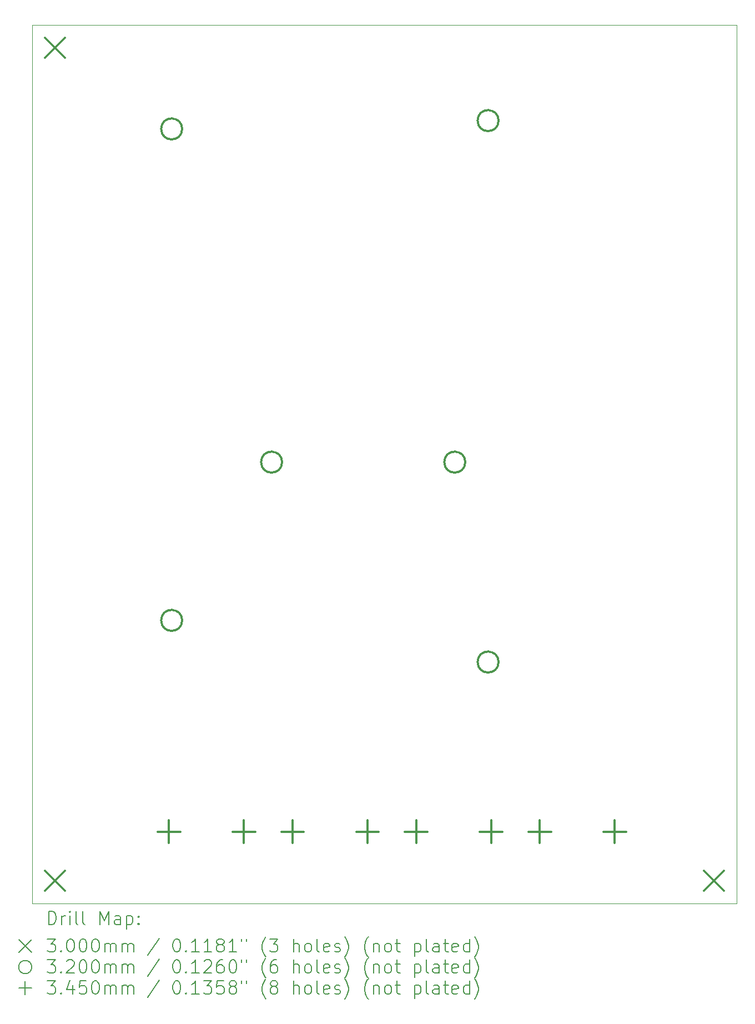
<source format=gbr>
%TF.GenerationSoftware,KiCad,Pcbnew,(6.0.7)*%
%TF.CreationDate,2022-10-05T08:11:49-05:00*%
%TF.ProjectId,FinaleBanger,46696e61-6c65-4426-916e-6765722e6b69,rev?*%
%TF.SameCoordinates,Original*%
%TF.FileFunction,Drillmap*%
%TF.FilePolarity,Positive*%
%FSLAX45Y45*%
G04 Gerber Fmt 4.5, Leading zero omitted, Abs format (unit mm)*
G04 Created by KiCad (PCBNEW (6.0.7)) date 2022-10-05 08:11:49*
%MOMM*%
%LPD*%
G01*
G04 APERTURE LIST*
%ADD10C,0.100000*%
%ADD11C,0.200000*%
%ADD12C,0.300000*%
%ADD13C,0.320000*%
%ADD14C,0.345000*%
G04 APERTURE END LIST*
D10*
X20650000Y-2200000D02*
X9900000Y-2200000D01*
X9900000Y-2200000D02*
X9900000Y-15600000D01*
X9900000Y-15600000D02*
X20650000Y-15600000D01*
X20650000Y-15600000D02*
X20650000Y-2200000D01*
D11*
D12*
X10100000Y-2400000D02*
X10400000Y-2700000D01*
X10400000Y-2400000D02*
X10100000Y-2700000D01*
X10100000Y-15100000D02*
X10400000Y-15400000D01*
X10400000Y-15100000D02*
X10100000Y-15400000D01*
X20150000Y-15100000D02*
X20450000Y-15400000D01*
X20450000Y-15100000D02*
X20150000Y-15400000D01*
D13*
X12188250Y-3786500D02*
G75*
G03*
X12188250Y-3786500I-160000J0D01*
G01*
X12188250Y-11279500D02*
G75*
G03*
X12188250Y-11279500I-160000J0D01*
G01*
X13712250Y-8866500D02*
G75*
G03*
X13712250Y-8866500I-160000J0D01*
G01*
X16506250Y-8866500D02*
G75*
G03*
X16506250Y-8866500I-160000J0D01*
G01*
X17014250Y-3659500D02*
G75*
G03*
X17014250Y-3659500I-160000J0D01*
G01*
X17014250Y-11914500D02*
G75*
G03*
X17014250Y-11914500I-160000J0D01*
G01*
D14*
X11986111Y-14327500D02*
X11986111Y-14672500D01*
X11813611Y-14500000D02*
X12158611Y-14500000D01*
X13129111Y-14327500D02*
X13129111Y-14672500D01*
X12956611Y-14500000D02*
X13301611Y-14500000D01*
X13871556Y-14327500D02*
X13871556Y-14672500D01*
X13699056Y-14500000D02*
X14044056Y-14500000D01*
X15014556Y-14327500D02*
X15014556Y-14672500D01*
X14842056Y-14500000D02*
X15187056Y-14500000D01*
X15757000Y-14327500D02*
X15757000Y-14672500D01*
X15584500Y-14500000D02*
X15929500Y-14500000D01*
X16900000Y-14327500D02*
X16900000Y-14672500D01*
X16727500Y-14500000D02*
X17072500Y-14500000D01*
X17642445Y-14327500D02*
X17642445Y-14672500D01*
X17469945Y-14500000D02*
X17814945Y-14500000D01*
X18785445Y-14327500D02*
X18785445Y-14672500D01*
X18612945Y-14500000D02*
X18957945Y-14500000D01*
D11*
X10152619Y-15915476D02*
X10152619Y-15715476D01*
X10200238Y-15715476D01*
X10228810Y-15725000D01*
X10247857Y-15744048D01*
X10257381Y-15763095D01*
X10266905Y-15801190D01*
X10266905Y-15829762D01*
X10257381Y-15867857D01*
X10247857Y-15886905D01*
X10228810Y-15905952D01*
X10200238Y-15915476D01*
X10152619Y-15915476D01*
X10352619Y-15915476D02*
X10352619Y-15782143D01*
X10352619Y-15820238D02*
X10362143Y-15801190D01*
X10371667Y-15791667D01*
X10390714Y-15782143D01*
X10409762Y-15782143D01*
X10476429Y-15915476D02*
X10476429Y-15782143D01*
X10476429Y-15715476D02*
X10466905Y-15725000D01*
X10476429Y-15734524D01*
X10485952Y-15725000D01*
X10476429Y-15715476D01*
X10476429Y-15734524D01*
X10600238Y-15915476D02*
X10581190Y-15905952D01*
X10571667Y-15886905D01*
X10571667Y-15715476D01*
X10705000Y-15915476D02*
X10685952Y-15905952D01*
X10676429Y-15886905D01*
X10676429Y-15715476D01*
X10933571Y-15915476D02*
X10933571Y-15715476D01*
X11000238Y-15858333D01*
X11066905Y-15715476D01*
X11066905Y-15915476D01*
X11247857Y-15915476D02*
X11247857Y-15810714D01*
X11238333Y-15791667D01*
X11219286Y-15782143D01*
X11181190Y-15782143D01*
X11162143Y-15791667D01*
X11247857Y-15905952D02*
X11228809Y-15915476D01*
X11181190Y-15915476D01*
X11162143Y-15905952D01*
X11152619Y-15886905D01*
X11152619Y-15867857D01*
X11162143Y-15848809D01*
X11181190Y-15839286D01*
X11228809Y-15839286D01*
X11247857Y-15829762D01*
X11343095Y-15782143D02*
X11343095Y-15982143D01*
X11343095Y-15791667D02*
X11362143Y-15782143D01*
X11400238Y-15782143D01*
X11419286Y-15791667D01*
X11428809Y-15801190D01*
X11438333Y-15820238D01*
X11438333Y-15877381D01*
X11428809Y-15896428D01*
X11419286Y-15905952D01*
X11400238Y-15915476D01*
X11362143Y-15915476D01*
X11343095Y-15905952D01*
X11524048Y-15896428D02*
X11533571Y-15905952D01*
X11524048Y-15915476D01*
X11514524Y-15905952D01*
X11524048Y-15896428D01*
X11524048Y-15915476D01*
X11524048Y-15791667D02*
X11533571Y-15801190D01*
X11524048Y-15810714D01*
X11514524Y-15801190D01*
X11524048Y-15791667D01*
X11524048Y-15810714D01*
X9695000Y-16145000D02*
X9895000Y-16345000D01*
X9895000Y-16145000D02*
X9695000Y-16345000D01*
X10133571Y-16135476D02*
X10257381Y-16135476D01*
X10190714Y-16211667D01*
X10219286Y-16211667D01*
X10238333Y-16221190D01*
X10247857Y-16230714D01*
X10257381Y-16249762D01*
X10257381Y-16297381D01*
X10247857Y-16316428D01*
X10238333Y-16325952D01*
X10219286Y-16335476D01*
X10162143Y-16335476D01*
X10143095Y-16325952D01*
X10133571Y-16316428D01*
X10343095Y-16316428D02*
X10352619Y-16325952D01*
X10343095Y-16335476D01*
X10333571Y-16325952D01*
X10343095Y-16316428D01*
X10343095Y-16335476D01*
X10476429Y-16135476D02*
X10495476Y-16135476D01*
X10514524Y-16145000D01*
X10524048Y-16154524D01*
X10533571Y-16173571D01*
X10543095Y-16211667D01*
X10543095Y-16259286D01*
X10533571Y-16297381D01*
X10524048Y-16316428D01*
X10514524Y-16325952D01*
X10495476Y-16335476D01*
X10476429Y-16335476D01*
X10457381Y-16325952D01*
X10447857Y-16316428D01*
X10438333Y-16297381D01*
X10428810Y-16259286D01*
X10428810Y-16211667D01*
X10438333Y-16173571D01*
X10447857Y-16154524D01*
X10457381Y-16145000D01*
X10476429Y-16135476D01*
X10666905Y-16135476D02*
X10685952Y-16135476D01*
X10705000Y-16145000D01*
X10714524Y-16154524D01*
X10724048Y-16173571D01*
X10733571Y-16211667D01*
X10733571Y-16259286D01*
X10724048Y-16297381D01*
X10714524Y-16316428D01*
X10705000Y-16325952D01*
X10685952Y-16335476D01*
X10666905Y-16335476D01*
X10647857Y-16325952D01*
X10638333Y-16316428D01*
X10628810Y-16297381D01*
X10619286Y-16259286D01*
X10619286Y-16211667D01*
X10628810Y-16173571D01*
X10638333Y-16154524D01*
X10647857Y-16145000D01*
X10666905Y-16135476D01*
X10857381Y-16135476D02*
X10876429Y-16135476D01*
X10895476Y-16145000D01*
X10905000Y-16154524D01*
X10914524Y-16173571D01*
X10924048Y-16211667D01*
X10924048Y-16259286D01*
X10914524Y-16297381D01*
X10905000Y-16316428D01*
X10895476Y-16325952D01*
X10876429Y-16335476D01*
X10857381Y-16335476D01*
X10838333Y-16325952D01*
X10828810Y-16316428D01*
X10819286Y-16297381D01*
X10809762Y-16259286D01*
X10809762Y-16211667D01*
X10819286Y-16173571D01*
X10828810Y-16154524D01*
X10838333Y-16145000D01*
X10857381Y-16135476D01*
X11009762Y-16335476D02*
X11009762Y-16202143D01*
X11009762Y-16221190D02*
X11019286Y-16211667D01*
X11038333Y-16202143D01*
X11066905Y-16202143D01*
X11085952Y-16211667D01*
X11095476Y-16230714D01*
X11095476Y-16335476D01*
X11095476Y-16230714D02*
X11105000Y-16211667D01*
X11124048Y-16202143D01*
X11152619Y-16202143D01*
X11171667Y-16211667D01*
X11181190Y-16230714D01*
X11181190Y-16335476D01*
X11276428Y-16335476D02*
X11276428Y-16202143D01*
X11276428Y-16221190D02*
X11285952Y-16211667D01*
X11305000Y-16202143D01*
X11333571Y-16202143D01*
X11352619Y-16211667D01*
X11362143Y-16230714D01*
X11362143Y-16335476D01*
X11362143Y-16230714D02*
X11371667Y-16211667D01*
X11390714Y-16202143D01*
X11419286Y-16202143D01*
X11438333Y-16211667D01*
X11447857Y-16230714D01*
X11447857Y-16335476D01*
X11838333Y-16125952D02*
X11666905Y-16383095D01*
X12095476Y-16135476D02*
X12114524Y-16135476D01*
X12133571Y-16145000D01*
X12143095Y-16154524D01*
X12152619Y-16173571D01*
X12162143Y-16211667D01*
X12162143Y-16259286D01*
X12152619Y-16297381D01*
X12143095Y-16316428D01*
X12133571Y-16325952D01*
X12114524Y-16335476D01*
X12095476Y-16335476D01*
X12076428Y-16325952D01*
X12066905Y-16316428D01*
X12057381Y-16297381D01*
X12047857Y-16259286D01*
X12047857Y-16211667D01*
X12057381Y-16173571D01*
X12066905Y-16154524D01*
X12076428Y-16145000D01*
X12095476Y-16135476D01*
X12247857Y-16316428D02*
X12257381Y-16325952D01*
X12247857Y-16335476D01*
X12238333Y-16325952D01*
X12247857Y-16316428D01*
X12247857Y-16335476D01*
X12447857Y-16335476D02*
X12333571Y-16335476D01*
X12390714Y-16335476D02*
X12390714Y-16135476D01*
X12371667Y-16164048D01*
X12352619Y-16183095D01*
X12333571Y-16192619D01*
X12638333Y-16335476D02*
X12524048Y-16335476D01*
X12581190Y-16335476D02*
X12581190Y-16135476D01*
X12562143Y-16164048D01*
X12543095Y-16183095D01*
X12524048Y-16192619D01*
X12752619Y-16221190D02*
X12733571Y-16211667D01*
X12724048Y-16202143D01*
X12714524Y-16183095D01*
X12714524Y-16173571D01*
X12724048Y-16154524D01*
X12733571Y-16145000D01*
X12752619Y-16135476D01*
X12790714Y-16135476D01*
X12809762Y-16145000D01*
X12819286Y-16154524D01*
X12828809Y-16173571D01*
X12828809Y-16183095D01*
X12819286Y-16202143D01*
X12809762Y-16211667D01*
X12790714Y-16221190D01*
X12752619Y-16221190D01*
X12733571Y-16230714D01*
X12724048Y-16240238D01*
X12714524Y-16259286D01*
X12714524Y-16297381D01*
X12724048Y-16316428D01*
X12733571Y-16325952D01*
X12752619Y-16335476D01*
X12790714Y-16335476D01*
X12809762Y-16325952D01*
X12819286Y-16316428D01*
X12828809Y-16297381D01*
X12828809Y-16259286D01*
X12819286Y-16240238D01*
X12809762Y-16230714D01*
X12790714Y-16221190D01*
X13019286Y-16335476D02*
X12905000Y-16335476D01*
X12962143Y-16335476D02*
X12962143Y-16135476D01*
X12943095Y-16164048D01*
X12924048Y-16183095D01*
X12905000Y-16192619D01*
X13095476Y-16135476D02*
X13095476Y-16173571D01*
X13171667Y-16135476D02*
X13171667Y-16173571D01*
X13466905Y-16411667D02*
X13457381Y-16402143D01*
X13438333Y-16373571D01*
X13428809Y-16354524D01*
X13419286Y-16325952D01*
X13409762Y-16278333D01*
X13409762Y-16240238D01*
X13419286Y-16192619D01*
X13428809Y-16164048D01*
X13438333Y-16145000D01*
X13457381Y-16116428D01*
X13466905Y-16106905D01*
X13524048Y-16135476D02*
X13647857Y-16135476D01*
X13581190Y-16211667D01*
X13609762Y-16211667D01*
X13628809Y-16221190D01*
X13638333Y-16230714D01*
X13647857Y-16249762D01*
X13647857Y-16297381D01*
X13638333Y-16316428D01*
X13628809Y-16325952D01*
X13609762Y-16335476D01*
X13552619Y-16335476D01*
X13533571Y-16325952D01*
X13524048Y-16316428D01*
X13885952Y-16335476D02*
X13885952Y-16135476D01*
X13971667Y-16335476D02*
X13971667Y-16230714D01*
X13962143Y-16211667D01*
X13943095Y-16202143D01*
X13914524Y-16202143D01*
X13895476Y-16211667D01*
X13885952Y-16221190D01*
X14095476Y-16335476D02*
X14076428Y-16325952D01*
X14066905Y-16316428D01*
X14057381Y-16297381D01*
X14057381Y-16240238D01*
X14066905Y-16221190D01*
X14076428Y-16211667D01*
X14095476Y-16202143D01*
X14124048Y-16202143D01*
X14143095Y-16211667D01*
X14152619Y-16221190D01*
X14162143Y-16240238D01*
X14162143Y-16297381D01*
X14152619Y-16316428D01*
X14143095Y-16325952D01*
X14124048Y-16335476D01*
X14095476Y-16335476D01*
X14276428Y-16335476D02*
X14257381Y-16325952D01*
X14247857Y-16306905D01*
X14247857Y-16135476D01*
X14428809Y-16325952D02*
X14409762Y-16335476D01*
X14371667Y-16335476D01*
X14352619Y-16325952D01*
X14343095Y-16306905D01*
X14343095Y-16230714D01*
X14352619Y-16211667D01*
X14371667Y-16202143D01*
X14409762Y-16202143D01*
X14428809Y-16211667D01*
X14438333Y-16230714D01*
X14438333Y-16249762D01*
X14343095Y-16268809D01*
X14514524Y-16325952D02*
X14533571Y-16335476D01*
X14571667Y-16335476D01*
X14590714Y-16325952D01*
X14600238Y-16306905D01*
X14600238Y-16297381D01*
X14590714Y-16278333D01*
X14571667Y-16268809D01*
X14543095Y-16268809D01*
X14524048Y-16259286D01*
X14514524Y-16240238D01*
X14514524Y-16230714D01*
X14524048Y-16211667D01*
X14543095Y-16202143D01*
X14571667Y-16202143D01*
X14590714Y-16211667D01*
X14666905Y-16411667D02*
X14676428Y-16402143D01*
X14695476Y-16373571D01*
X14705000Y-16354524D01*
X14714524Y-16325952D01*
X14724048Y-16278333D01*
X14724048Y-16240238D01*
X14714524Y-16192619D01*
X14705000Y-16164048D01*
X14695476Y-16145000D01*
X14676428Y-16116428D01*
X14666905Y-16106905D01*
X15028809Y-16411667D02*
X15019286Y-16402143D01*
X15000238Y-16373571D01*
X14990714Y-16354524D01*
X14981190Y-16325952D01*
X14971667Y-16278333D01*
X14971667Y-16240238D01*
X14981190Y-16192619D01*
X14990714Y-16164048D01*
X15000238Y-16145000D01*
X15019286Y-16116428D01*
X15028809Y-16106905D01*
X15105000Y-16202143D02*
X15105000Y-16335476D01*
X15105000Y-16221190D02*
X15114524Y-16211667D01*
X15133571Y-16202143D01*
X15162143Y-16202143D01*
X15181190Y-16211667D01*
X15190714Y-16230714D01*
X15190714Y-16335476D01*
X15314524Y-16335476D02*
X15295476Y-16325952D01*
X15285952Y-16316428D01*
X15276428Y-16297381D01*
X15276428Y-16240238D01*
X15285952Y-16221190D01*
X15295476Y-16211667D01*
X15314524Y-16202143D01*
X15343095Y-16202143D01*
X15362143Y-16211667D01*
X15371667Y-16221190D01*
X15381190Y-16240238D01*
X15381190Y-16297381D01*
X15371667Y-16316428D01*
X15362143Y-16325952D01*
X15343095Y-16335476D01*
X15314524Y-16335476D01*
X15438333Y-16202143D02*
X15514524Y-16202143D01*
X15466905Y-16135476D02*
X15466905Y-16306905D01*
X15476428Y-16325952D01*
X15495476Y-16335476D01*
X15514524Y-16335476D01*
X15733571Y-16202143D02*
X15733571Y-16402143D01*
X15733571Y-16211667D02*
X15752619Y-16202143D01*
X15790714Y-16202143D01*
X15809762Y-16211667D01*
X15819286Y-16221190D01*
X15828809Y-16240238D01*
X15828809Y-16297381D01*
X15819286Y-16316428D01*
X15809762Y-16325952D01*
X15790714Y-16335476D01*
X15752619Y-16335476D01*
X15733571Y-16325952D01*
X15943095Y-16335476D02*
X15924048Y-16325952D01*
X15914524Y-16306905D01*
X15914524Y-16135476D01*
X16105000Y-16335476D02*
X16105000Y-16230714D01*
X16095476Y-16211667D01*
X16076428Y-16202143D01*
X16038333Y-16202143D01*
X16019286Y-16211667D01*
X16105000Y-16325952D02*
X16085952Y-16335476D01*
X16038333Y-16335476D01*
X16019286Y-16325952D01*
X16009762Y-16306905D01*
X16009762Y-16287857D01*
X16019286Y-16268809D01*
X16038333Y-16259286D01*
X16085952Y-16259286D01*
X16105000Y-16249762D01*
X16171667Y-16202143D02*
X16247857Y-16202143D01*
X16200238Y-16135476D02*
X16200238Y-16306905D01*
X16209762Y-16325952D01*
X16228809Y-16335476D01*
X16247857Y-16335476D01*
X16390714Y-16325952D02*
X16371667Y-16335476D01*
X16333571Y-16335476D01*
X16314524Y-16325952D01*
X16305000Y-16306905D01*
X16305000Y-16230714D01*
X16314524Y-16211667D01*
X16333571Y-16202143D01*
X16371667Y-16202143D01*
X16390714Y-16211667D01*
X16400238Y-16230714D01*
X16400238Y-16249762D01*
X16305000Y-16268809D01*
X16571667Y-16335476D02*
X16571667Y-16135476D01*
X16571667Y-16325952D02*
X16552619Y-16335476D01*
X16514524Y-16335476D01*
X16495476Y-16325952D01*
X16485952Y-16316428D01*
X16476428Y-16297381D01*
X16476428Y-16240238D01*
X16485952Y-16221190D01*
X16495476Y-16211667D01*
X16514524Y-16202143D01*
X16552619Y-16202143D01*
X16571667Y-16211667D01*
X16647857Y-16411667D02*
X16657381Y-16402143D01*
X16676428Y-16373571D01*
X16685952Y-16354524D01*
X16695476Y-16325952D01*
X16705000Y-16278333D01*
X16705000Y-16240238D01*
X16695476Y-16192619D01*
X16685952Y-16164048D01*
X16676428Y-16145000D01*
X16657381Y-16116428D01*
X16647857Y-16106905D01*
X9895000Y-16565000D02*
G75*
G03*
X9895000Y-16565000I-100000J0D01*
G01*
X10133571Y-16455476D02*
X10257381Y-16455476D01*
X10190714Y-16531667D01*
X10219286Y-16531667D01*
X10238333Y-16541190D01*
X10247857Y-16550714D01*
X10257381Y-16569762D01*
X10257381Y-16617381D01*
X10247857Y-16636428D01*
X10238333Y-16645952D01*
X10219286Y-16655476D01*
X10162143Y-16655476D01*
X10143095Y-16645952D01*
X10133571Y-16636428D01*
X10343095Y-16636428D02*
X10352619Y-16645952D01*
X10343095Y-16655476D01*
X10333571Y-16645952D01*
X10343095Y-16636428D01*
X10343095Y-16655476D01*
X10428810Y-16474524D02*
X10438333Y-16465000D01*
X10457381Y-16455476D01*
X10505000Y-16455476D01*
X10524048Y-16465000D01*
X10533571Y-16474524D01*
X10543095Y-16493571D01*
X10543095Y-16512619D01*
X10533571Y-16541190D01*
X10419286Y-16655476D01*
X10543095Y-16655476D01*
X10666905Y-16455476D02*
X10685952Y-16455476D01*
X10705000Y-16465000D01*
X10714524Y-16474524D01*
X10724048Y-16493571D01*
X10733571Y-16531667D01*
X10733571Y-16579286D01*
X10724048Y-16617381D01*
X10714524Y-16636428D01*
X10705000Y-16645952D01*
X10685952Y-16655476D01*
X10666905Y-16655476D01*
X10647857Y-16645952D01*
X10638333Y-16636428D01*
X10628810Y-16617381D01*
X10619286Y-16579286D01*
X10619286Y-16531667D01*
X10628810Y-16493571D01*
X10638333Y-16474524D01*
X10647857Y-16465000D01*
X10666905Y-16455476D01*
X10857381Y-16455476D02*
X10876429Y-16455476D01*
X10895476Y-16465000D01*
X10905000Y-16474524D01*
X10914524Y-16493571D01*
X10924048Y-16531667D01*
X10924048Y-16579286D01*
X10914524Y-16617381D01*
X10905000Y-16636428D01*
X10895476Y-16645952D01*
X10876429Y-16655476D01*
X10857381Y-16655476D01*
X10838333Y-16645952D01*
X10828810Y-16636428D01*
X10819286Y-16617381D01*
X10809762Y-16579286D01*
X10809762Y-16531667D01*
X10819286Y-16493571D01*
X10828810Y-16474524D01*
X10838333Y-16465000D01*
X10857381Y-16455476D01*
X11009762Y-16655476D02*
X11009762Y-16522143D01*
X11009762Y-16541190D02*
X11019286Y-16531667D01*
X11038333Y-16522143D01*
X11066905Y-16522143D01*
X11085952Y-16531667D01*
X11095476Y-16550714D01*
X11095476Y-16655476D01*
X11095476Y-16550714D02*
X11105000Y-16531667D01*
X11124048Y-16522143D01*
X11152619Y-16522143D01*
X11171667Y-16531667D01*
X11181190Y-16550714D01*
X11181190Y-16655476D01*
X11276428Y-16655476D02*
X11276428Y-16522143D01*
X11276428Y-16541190D02*
X11285952Y-16531667D01*
X11305000Y-16522143D01*
X11333571Y-16522143D01*
X11352619Y-16531667D01*
X11362143Y-16550714D01*
X11362143Y-16655476D01*
X11362143Y-16550714D02*
X11371667Y-16531667D01*
X11390714Y-16522143D01*
X11419286Y-16522143D01*
X11438333Y-16531667D01*
X11447857Y-16550714D01*
X11447857Y-16655476D01*
X11838333Y-16445952D02*
X11666905Y-16703095D01*
X12095476Y-16455476D02*
X12114524Y-16455476D01*
X12133571Y-16465000D01*
X12143095Y-16474524D01*
X12152619Y-16493571D01*
X12162143Y-16531667D01*
X12162143Y-16579286D01*
X12152619Y-16617381D01*
X12143095Y-16636428D01*
X12133571Y-16645952D01*
X12114524Y-16655476D01*
X12095476Y-16655476D01*
X12076428Y-16645952D01*
X12066905Y-16636428D01*
X12057381Y-16617381D01*
X12047857Y-16579286D01*
X12047857Y-16531667D01*
X12057381Y-16493571D01*
X12066905Y-16474524D01*
X12076428Y-16465000D01*
X12095476Y-16455476D01*
X12247857Y-16636428D02*
X12257381Y-16645952D01*
X12247857Y-16655476D01*
X12238333Y-16645952D01*
X12247857Y-16636428D01*
X12247857Y-16655476D01*
X12447857Y-16655476D02*
X12333571Y-16655476D01*
X12390714Y-16655476D02*
X12390714Y-16455476D01*
X12371667Y-16484048D01*
X12352619Y-16503095D01*
X12333571Y-16512619D01*
X12524048Y-16474524D02*
X12533571Y-16465000D01*
X12552619Y-16455476D01*
X12600238Y-16455476D01*
X12619286Y-16465000D01*
X12628809Y-16474524D01*
X12638333Y-16493571D01*
X12638333Y-16512619D01*
X12628809Y-16541190D01*
X12514524Y-16655476D01*
X12638333Y-16655476D01*
X12809762Y-16455476D02*
X12771667Y-16455476D01*
X12752619Y-16465000D01*
X12743095Y-16474524D01*
X12724048Y-16503095D01*
X12714524Y-16541190D01*
X12714524Y-16617381D01*
X12724048Y-16636428D01*
X12733571Y-16645952D01*
X12752619Y-16655476D01*
X12790714Y-16655476D01*
X12809762Y-16645952D01*
X12819286Y-16636428D01*
X12828809Y-16617381D01*
X12828809Y-16569762D01*
X12819286Y-16550714D01*
X12809762Y-16541190D01*
X12790714Y-16531667D01*
X12752619Y-16531667D01*
X12733571Y-16541190D01*
X12724048Y-16550714D01*
X12714524Y-16569762D01*
X12952619Y-16455476D02*
X12971667Y-16455476D01*
X12990714Y-16465000D01*
X13000238Y-16474524D01*
X13009762Y-16493571D01*
X13019286Y-16531667D01*
X13019286Y-16579286D01*
X13009762Y-16617381D01*
X13000238Y-16636428D01*
X12990714Y-16645952D01*
X12971667Y-16655476D01*
X12952619Y-16655476D01*
X12933571Y-16645952D01*
X12924048Y-16636428D01*
X12914524Y-16617381D01*
X12905000Y-16579286D01*
X12905000Y-16531667D01*
X12914524Y-16493571D01*
X12924048Y-16474524D01*
X12933571Y-16465000D01*
X12952619Y-16455476D01*
X13095476Y-16455476D02*
X13095476Y-16493571D01*
X13171667Y-16455476D02*
X13171667Y-16493571D01*
X13466905Y-16731667D02*
X13457381Y-16722143D01*
X13438333Y-16693571D01*
X13428809Y-16674524D01*
X13419286Y-16645952D01*
X13409762Y-16598333D01*
X13409762Y-16560238D01*
X13419286Y-16512619D01*
X13428809Y-16484048D01*
X13438333Y-16465000D01*
X13457381Y-16436428D01*
X13466905Y-16426905D01*
X13628809Y-16455476D02*
X13590714Y-16455476D01*
X13571667Y-16465000D01*
X13562143Y-16474524D01*
X13543095Y-16503095D01*
X13533571Y-16541190D01*
X13533571Y-16617381D01*
X13543095Y-16636428D01*
X13552619Y-16645952D01*
X13571667Y-16655476D01*
X13609762Y-16655476D01*
X13628809Y-16645952D01*
X13638333Y-16636428D01*
X13647857Y-16617381D01*
X13647857Y-16569762D01*
X13638333Y-16550714D01*
X13628809Y-16541190D01*
X13609762Y-16531667D01*
X13571667Y-16531667D01*
X13552619Y-16541190D01*
X13543095Y-16550714D01*
X13533571Y-16569762D01*
X13885952Y-16655476D02*
X13885952Y-16455476D01*
X13971667Y-16655476D02*
X13971667Y-16550714D01*
X13962143Y-16531667D01*
X13943095Y-16522143D01*
X13914524Y-16522143D01*
X13895476Y-16531667D01*
X13885952Y-16541190D01*
X14095476Y-16655476D02*
X14076428Y-16645952D01*
X14066905Y-16636428D01*
X14057381Y-16617381D01*
X14057381Y-16560238D01*
X14066905Y-16541190D01*
X14076428Y-16531667D01*
X14095476Y-16522143D01*
X14124048Y-16522143D01*
X14143095Y-16531667D01*
X14152619Y-16541190D01*
X14162143Y-16560238D01*
X14162143Y-16617381D01*
X14152619Y-16636428D01*
X14143095Y-16645952D01*
X14124048Y-16655476D01*
X14095476Y-16655476D01*
X14276428Y-16655476D02*
X14257381Y-16645952D01*
X14247857Y-16626905D01*
X14247857Y-16455476D01*
X14428809Y-16645952D02*
X14409762Y-16655476D01*
X14371667Y-16655476D01*
X14352619Y-16645952D01*
X14343095Y-16626905D01*
X14343095Y-16550714D01*
X14352619Y-16531667D01*
X14371667Y-16522143D01*
X14409762Y-16522143D01*
X14428809Y-16531667D01*
X14438333Y-16550714D01*
X14438333Y-16569762D01*
X14343095Y-16588809D01*
X14514524Y-16645952D02*
X14533571Y-16655476D01*
X14571667Y-16655476D01*
X14590714Y-16645952D01*
X14600238Y-16626905D01*
X14600238Y-16617381D01*
X14590714Y-16598333D01*
X14571667Y-16588809D01*
X14543095Y-16588809D01*
X14524048Y-16579286D01*
X14514524Y-16560238D01*
X14514524Y-16550714D01*
X14524048Y-16531667D01*
X14543095Y-16522143D01*
X14571667Y-16522143D01*
X14590714Y-16531667D01*
X14666905Y-16731667D02*
X14676428Y-16722143D01*
X14695476Y-16693571D01*
X14705000Y-16674524D01*
X14714524Y-16645952D01*
X14724048Y-16598333D01*
X14724048Y-16560238D01*
X14714524Y-16512619D01*
X14705000Y-16484048D01*
X14695476Y-16465000D01*
X14676428Y-16436428D01*
X14666905Y-16426905D01*
X15028809Y-16731667D02*
X15019286Y-16722143D01*
X15000238Y-16693571D01*
X14990714Y-16674524D01*
X14981190Y-16645952D01*
X14971667Y-16598333D01*
X14971667Y-16560238D01*
X14981190Y-16512619D01*
X14990714Y-16484048D01*
X15000238Y-16465000D01*
X15019286Y-16436428D01*
X15028809Y-16426905D01*
X15105000Y-16522143D02*
X15105000Y-16655476D01*
X15105000Y-16541190D02*
X15114524Y-16531667D01*
X15133571Y-16522143D01*
X15162143Y-16522143D01*
X15181190Y-16531667D01*
X15190714Y-16550714D01*
X15190714Y-16655476D01*
X15314524Y-16655476D02*
X15295476Y-16645952D01*
X15285952Y-16636428D01*
X15276428Y-16617381D01*
X15276428Y-16560238D01*
X15285952Y-16541190D01*
X15295476Y-16531667D01*
X15314524Y-16522143D01*
X15343095Y-16522143D01*
X15362143Y-16531667D01*
X15371667Y-16541190D01*
X15381190Y-16560238D01*
X15381190Y-16617381D01*
X15371667Y-16636428D01*
X15362143Y-16645952D01*
X15343095Y-16655476D01*
X15314524Y-16655476D01*
X15438333Y-16522143D02*
X15514524Y-16522143D01*
X15466905Y-16455476D02*
X15466905Y-16626905D01*
X15476428Y-16645952D01*
X15495476Y-16655476D01*
X15514524Y-16655476D01*
X15733571Y-16522143D02*
X15733571Y-16722143D01*
X15733571Y-16531667D02*
X15752619Y-16522143D01*
X15790714Y-16522143D01*
X15809762Y-16531667D01*
X15819286Y-16541190D01*
X15828809Y-16560238D01*
X15828809Y-16617381D01*
X15819286Y-16636428D01*
X15809762Y-16645952D01*
X15790714Y-16655476D01*
X15752619Y-16655476D01*
X15733571Y-16645952D01*
X15943095Y-16655476D02*
X15924048Y-16645952D01*
X15914524Y-16626905D01*
X15914524Y-16455476D01*
X16105000Y-16655476D02*
X16105000Y-16550714D01*
X16095476Y-16531667D01*
X16076428Y-16522143D01*
X16038333Y-16522143D01*
X16019286Y-16531667D01*
X16105000Y-16645952D02*
X16085952Y-16655476D01*
X16038333Y-16655476D01*
X16019286Y-16645952D01*
X16009762Y-16626905D01*
X16009762Y-16607857D01*
X16019286Y-16588809D01*
X16038333Y-16579286D01*
X16085952Y-16579286D01*
X16105000Y-16569762D01*
X16171667Y-16522143D02*
X16247857Y-16522143D01*
X16200238Y-16455476D02*
X16200238Y-16626905D01*
X16209762Y-16645952D01*
X16228809Y-16655476D01*
X16247857Y-16655476D01*
X16390714Y-16645952D02*
X16371667Y-16655476D01*
X16333571Y-16655476D01*
X16314524Y-16645952D01*
X16305000Y-16626905D01*
X16305000Y-16550714D01*
X16314524Y-16531667D01*
X16333571Y-16522143D01*
X16371667Y-16522143D01*
X16390714Y-16531667D01*
X16400238Y-16550714D01*
X16400238Y-16569762D01*
X16305000Y-16588809D01*
X16571667Y-16655476D02*
X16571667Y-16455476D01*
X16571667Y-16645952D02*
X16552619Y-16655476D01*
X16514524Y-16655476D01*
X16495476Y-16645952D01*
X16485952Y-16636428D01*
X16476428Y-16617381D01*
X16476428Y-16560238D01*
X16485952Y-16541190D01*
X16495476Y-16531667D01*
X16514524Y-16522143D01*
X16552619Y-16522143D01*
X16571667Y-16531667D01*
X16647857Y-16731667D02*
X16657381Y-16722143D01*
X16676428Y-16693571D01*
X16685952Y-16674524D01*
X16695476Y-16645952D01*
X16705000Y-16598333D01*
X16705000Y-16560238D01*
X16695476Y-16512619D01*
X16685952Y-16484048D01*
X16676428Y-16465000D01*
X16657381Y-16436428D01*
X16647857Y-16426905D01*
X9795000Y-16785000D02*
X9795000Y-16985000D01*
X9695000Y-16885000D02*
X9895000Y-16885000D01*
X10133571Y-16775476D02*
X10257381Y-16775476D01*
X10190714Y-16851667D01*
X10219286Y-16851667D01*
X10238333Y-16861190D01*
X10247857Y-16870714D01*
X10257381Y-16889762D01*
X10257381Y-16937381D01*
X10247857Y-16956429D01*
X10238333Y-16965952D01*
X10219286Y-16975476D01*
X10162143Y-16975476D01*
X10143095Y-16965952D01*
X10133571Y-16956429D01*
X10343095Y-16956429D02*
X10352619Y-16965952D01*
X10343095Y-16975476D01*
X10333571Y-16965952D01*
X10343095Y-16956429D01*
X10343095Y-16975476D01*
X10524048Y-16842143D02*
X10524048Y-16975476D01*
X10476429Y-16765952D02*
X10428810Y-16908810D01*
X10552619Y-16908810D01*
X10724048Y-16775476D02*
X10628810Y-16775476D01*
X10619286Y-16870714D01*
X10628810Y-16861190D01*
X10647857Y-16851667D01*
X10695476Y-16851667D01*
X10714524Y-16861190D01*
X10724048Y-16870714D01*
X10733571Y-16889762D01*
X10733571Y-16937381D01*
X10724048Y-16956429D01*
X10714524Y-16965952D01*
X10695476Y-16975476D01*
X10647857Y-16975476D01*
X10628810Y-16965952D01*
X10619286Y-16956429D01*
X10857381Y-16775476D02*
X10876429Y-16775476D01*
X10895476Y-16785000D01*
X10905000Y-16794524D01*
X10914524Y-16813571D01*
X10924048Y-16851667D01*
X10924048Y-16899286D01*
X10914524Y-16937381D01*
X10905000Y-16956429D01*
X10895476Y-16965952D01*
X10876429Y-16975476D01*
X10857381Y-16975476D01*
X10838333Y-16965952D01*
X10828810Y-16956429D01*
X10819286Y-16937381D01*
X10809762Y-16899286D01*
X10809762Y-16851667D01*
X10819286Y-16813571D01*
X10828810Y-16794524D01*
X10838333Y-16785000D01*
X10857381Y-16775476D01*
X11009762Y-16975476D02*
X11009762Y-16842143D01*
X11009762Y-16861190D02*
X11019286Y-16851667D01*
X11038333Y-16842143D01*
X11066905Y-16842143D01*
X11085952Y-16851667D01*
X11095476Y-16870714D01*
X11095476Y-16975476D01*
X11095476Y-16870714D02*
X11105000Y-16851667D01*
X11124048Y-16842143D01*
X11152619Y-16842143D01*
X11171667Y-16851667D01*
X11181190Y-16870714D01*
X11181190Y-16975476D01*
X11276428Y-16975476D02*
X11276428Y-16842143D01*
X11276428Y-16861190D02*
X11285952Y-16851667D01*
X11305000Y-16842143D01*
X11333571Y-16842143D01*
X11352619Y-16851667D01*
X11362143Y-16870714D01*
X11362143Y-16975476D01*
X11362143Y-16870714D02*
X11371667Y-16851667D01*
X11390714Y-16842143D01*
X11419286Y-16842143D01*
X11438333Y-16851667D01*
X11447857Y-16870714D01*
X11447857Y-16975476D01*
X11838333Y-16765952D02*
X11666905Y-17023095D01*
X12095476Y-16775476D02*
X12114524Y-16775476D01*
X12133571Y-16785000D01*
X12143095Y-16794524D01*
X12152619Y-16813571D01*
X12162143Y-16851667D01*
X12162143Y-16899286D01*
X12152619Y-16937381D01*
X12143095Y-16956429D01*
X12133571Y-16965952D01*
X12114524Y-16975476D01*
X12095476Y-16975476D01*
X12076428Y-16965952D01*
X12066905Y-16956429D01*
X12057381Y-16937381D01*
X12047857Y-16899286D01*
X12047857Y-16851667D01*
X12057381Y-16813571D01*
X12066905Y-16794524D01*
X12076428Y-16785000D01*
X12095476Y-16775476D01*
X12247857Y-16956429D02*
X12257381Y-16965952D01*
X12247857Y-16975476D01*
X12238333Y-16965952D01*
X12247857Y-16956429D01*
X12247857Y-16975476D01*
X12447857Y-16975476D02*
X12333571Y-16975476D01*
X12390714Y-16975476D02*
X12390714Y-16775476D01*
X12371667Y-16804048D01*
X12352619Y-16823095D01*
X12333571Y-16832619D01*
X12514524Y-16775476D02*
X12638333Y-16775476D01*
X12571667Y-16851667D01*
X12600238Y-16851667D01*
X12619286Y-16861190D01*
X12628809Y-16870714D01*
X12638333Y-16889762D01*
X12638333Y-16937381D01*
X12628809Y-16956429D01*
X12619286Y-16965952D01*
X12600238Y-16975476D01*
X12543095Y-16975476D01*
X12524048Y-16965952D01*
X12514524Y-16956429D01*
X12819286Y-16775476D02*
X12724048Y-16775476D01*
X12714524Y-16870714D01*
X12724048Y-16861190D01*
X12743095Y-16851667D01*
X12790714Y-16851667D01*
X12809762Y-16861190D01*
X12819286Y-16870714D01*
X12828809Y-16889762D01*
X12828809Y-16937381D01*
X12819286Y-16956429D01*
X12809762Y-16965952D01*
X12790714Y-16975476D01*
X12743095Y-16975476D01*
X12724048Y-16965952D01*
X12714524Y-16956429D01*
X12943095Y-16861190D02*
X12924048Y-16851667D01*
X12914524Y-16842143D01*
X12905000Y-16823095D01*
X12905000Y-16813571D01*
X12914524Y-16794524D01*
X12924048Y-16785000D01*
X12943095Y-16775476D01*
X12981190Y-16775476D01*
X13000238Y-16785000D01*
X13009762Y-16794524D01*
X13019286Y-16813571D01*
X13019286Y-16823095D01*
X13009762Y-16842143D01*
X13000238Y-16851667D01*
X12981190Y-16861190D01*
X12943095Y-16861190D01*
X12924048Y-16870714D01*
X12914524Y-16880238D01*
X12905000Y-16899286D01*
X12905000Y-16937381D01*
X12914524Y-16956429D01*
X12924048Y-16965952D01*
X12943095Y-16975476D01*
X12981190Y-16975476D01*
X13000238Y-16965952D01*
X13009762Y-16956429D01*
X13019286Y-16937381D01*
X13019286Y-16899286D01*
X13009762Y-16880238D01*
X13000238Y-16870714D01*
X12981190Y-16861190D01*
X13095476Y-16775476D02*
X13095476Y-16813571D01*
X13171667Y-16775476D02*
X13171667Y-16813571D01*
X13466905Y-17051667D02*
X13457381Y-17042143D01*
X13438333Y-17013571D01*
X13428809Y-16994524D01*
X13419286Y-16965952D01*
X13409762Y-16918333D01*
X13409762Y-16880238D01*
X13419286Y-16832619D01*
X13428809Y-16804048D01*
X13438333Y-16785000D01*
X13457381Y-16756428D01*
X13466905Y-16746905D01*
X13571667Y-16861190D02*
X13552619Y-16851667D01*
X13543095Y-16842143D01*
X13533571Y-16823095D01*
X13533571Y-16813571D01*
X13543095Y-16794524D01*
X13552619Y-16785000D01*
X13571667Y-16775476D01*
X13609762Y-16775476D01*
X13628809Y-16785000D01*
X13638333Y-16794524D01*
X13647857Y-16813571D01*
X13647857Y-16823095D01*
X13638333Y-16842143D01*
X13628809Y-16851667D01*
X13609762Y-16861190D01*
X13571667Y-16861190D01*
X13552619Y-16870714D01*
X13543095Y-16880238D01*
X13533571Y-16899286D01*
X13533571Y-16937381D01*
X13543095Y-16956429D01*
X13552619Y-16965952D01*
X13571667Y-16975476D01*
X13609762Y-16975476D01*
X13628809Y-16965952D01*
X13638333Y-16956429D01*
X13647857Y-16937381D01*
X13647857Y-16899286D01*
X13638333Y-16880238D01*
X13628809Y-16870714D01*
X13609762Y-16861190D01*
X13885952Y-16975476D02*
X13885952Y-16775476D01*
X13971667Y-16975476D02*
X13971667Y-16870714D01*
X13962143Y-16851667D01*
X13943095Y-16842143D01*
X13914524Y-16842143D01*
X13895476Y-16851667D01*
X13885952Y-16861190D01*
X14095476Y-16975476D02*
X14076428Y-16965952D01*
X14066905Y-16956429D01*
X14057381Y-16937381D01*
X14057381Y-16880238D01*
X14066905Y-16861190D01*
X14076428Y-16851667D01*
X14095476Y-16842143D01*
X14124048Y-16842143D01*
X14143095Y-16851667D01*
X14152619Y-16861190D01*
X14162143Y-16880238D01*
X14162143Y-16937381D01*
X14152619Y-16956429D01*
X14143095Y-16965952D01*
X14124048Y-16975476D01*
X14095476Y-16975476D01*
X14276428Y-16975476D02*
X14257381Y-16965952D01*
X14247857Y-16946905D01*
X14247857Y-16775476D01*
X14428809Y-16965952D02*
X14409762Y-16975476D01*
X14371667Y-16975476D01*
X14352619Y-16965952D01*
X14343095Y-16946905D01*
X14343095Y-16870714D01*
X14352619Y-16851667D01*
X14371667Y-16842143D01*
X14409762Y-16842143D01*
X14428809Y-16851667D01*
X14438333Y-16870714D01*
X14438333Y-16889762D01*
X14343095Y-16908810D01*
X14514524Y-16965952D02*
X14533571Y-16975476D01*
X14571667Y-16975476D01*
X14590714Y-16965952D01*
X14600238Y-16946905D01*
X14600238Y-16937381D01*
X14590714Y-16918333D01*
X14571667Y-16908810D01*
X14543095Y-16908810D01*
X14524048Y-16899286D01*
X14514524Y-16880238D01*
X14514524Y-16870714D01*
X14524048Y-16851667D01*
X14543095Y-16842143D01*
X14571667Y-16842143D01*
X14590714Y-16851667D01*
X14666905Y-17051667D02*
X14676428Y-17042143D01*
X14695476Y-17013571D01*
X14705000Y-16994524D01*
X14714524Y-16965952D01*
X14724048Y-16918333D01*
X14724048Y-16880238D01*
X14714524Y-16832619D01*
X14705000Y-16804048D01*
X14695476Y-16785000D01*
X14676428Y-16756428D01*
X14666905Y-16746905D01*
X15028809Y-17051667D02*
X15019286Y-17042143D01*
X15000238Y-17013571D01*
X14990714Y-16994524D01*
X14981190Y-16965952D01*
X14971667Y-16918333D01*
X14971667Y-16880238D01*
X14981190Y-16832619D01*
X14990714Y-16804048D01*
X15000238Y-16785000D01*
X15019286Y-16756428D01*
X15028809Y-16746905D01*
X15105000Y-16842143D02*
X15105000Y-16975476D01*
X15105000Y-16861190D02*
X15114524Y-16851667D01*
X15133571Y-16842143D01*
X15162143Y-16842143D01*
X15181190Y-16851667D01*
X15190714Y-16870714D01*
X15190714Y-16975476D01*
X15314524Y-16975476D02*
X15295476Y-16965952D01*
X15285952Y-16956429D01*
X15276428Y-16937381D01*
X15276428Y-16880238D01*
X15285952Y-16861190D01*
X15295476Y-16851667D01*
X15314524Y-16842143D01*
X15343095Y-16842143D01*
X15362143Y-16851667D01*
X15371667Y-16861190D01*
X15381190Y-16880238D01*
X15381190Y-16937381D01*
X15371667Y-16956429D01*
X15362143Y-16965952D01*
X15343095Y-16975476D01*
X15314524Y-16975476D01*
X15438333Y-16842143D02*
X15514524Y-16842143D01*
X15466905Y-16775476D02*
X15466905Y-16946905D01*
X15476428Y-16965952D01*
X15495476Y-16975476D01*
X15514524Y-16975476D01*
X15733571Y-16842143D02*
X15733571Y-17042143D01*
X15733571Y-16851667D02*
X15752619Y-16842143D01*
X15790714Y-16842143D01*
X15809762Y-16851667D01*
X15819286Y-16861190D01*
X15828809Y-16880238D01*
X15828809Y-16937381D01*
X15819286Y-16956429D01*
X15809762Y-16965952D01*
X15790714Y-16975476D01*
X15752619Y-16975476D01*
X15733571Y-16965952D01*
X15943095Y-16975476D02*
X15924048Y-16965952D01*
X15914524Y-16946905D01*
X15914524Y-16775476D01*
X16105000Y-16975476D02*
X16105000Y-16870714D01*
X16095476Y-16851667D01*
X16076428Y-16842143D01*
X16038333Y-16842143D01*
X16019286Y-16851667D01*
X16105000Y-16965952D02*
X16085952Y-16975476D01*
X16038333Y-16975476D01*
X16019286Y-16965952D01*
X16009762Y-16946905D01*
X16009762Y-16927857D01*
X16019286Y-16908810D01*
X16038333Y-16899286D01*
X16085952Y-16899286D01*
X16105000Y-16889762D01*
X16171667Y-16842143D02*
X16247857Y-16842143D01*
X16200238Y-16775476D02*
X16200238Y-16946905D01*
X16209762Y-16965952D01*
X16228809Y-16975476D01*
X16247857Y-16975476D01*
X16390714Y-16965952D02*
X16371667Y-16975476D01*
X16333571Y-16975476D01*
X16314524Y-16965952D01*
X16305000Y-16946905D01*
X16305000Y-16870714D01*
X16314524Y-16851667D01*
X16333571Y-16842143D01*
X16371667Y-16842143D01*
X16390714Y-16851667D01*
X16400238Y-16870714D01*
X16400238Y-16889762D01*
X16305000Y-16908810D01*
X16571667Y-16975476D02*
X16571667Y-16775476D01*
X16571667Y-16965952D02*
X16552619Y-16975476D01*
X16514524Y-16975476D01*
X16495476Y-16965952D01*
X16485952Y-16956429D01*
X16476428Y-16937381D01*
X16476428Y-16880238D01*
X16485952Y-16861190D01*
X16495476Y-16851667D01*
X16514524Y-16842143D01*
X16552619Y-16842143D01*
X16571667Y-16851667D01*
X16647857Y-17051667D02*
X16657381Y-17042143D01*
X16676428Y-17013571D01*
X16685952Y-16994524D01*
X16695476Y-16965952D01*
X16705000Y-16918333D01*
X16705000Y-16880238D01*
X16695476Y-16832619D01*
X16685952Y-16804048D01*
X16676428Y-16785000D01*
X16657381Y-16756428D01*
X16647857Y-16746905D01*
M02*

</source>
